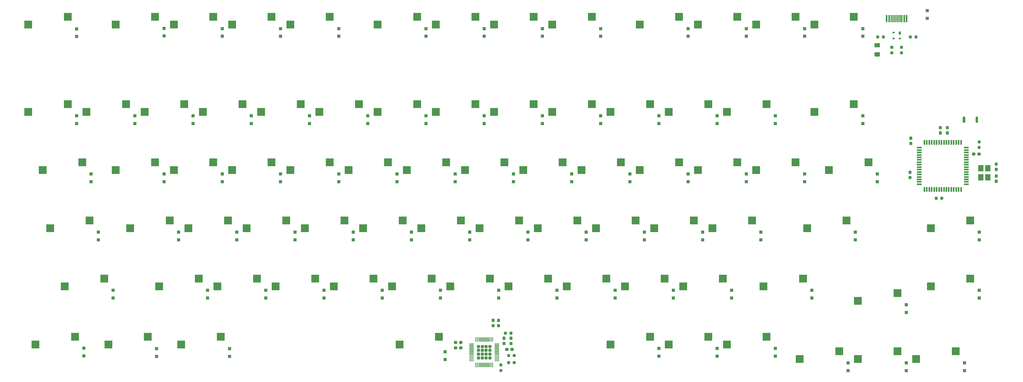
<source format=gbp>
G04 #@! TF.GenerationSoftware,KiCad,Pcbnew,(5.1.9)-1*
G04 #@! TF.CreationDate,2021-06-02T15:51:45-04:00*
G04 #@! TF.ProjectId,version1,76657273-696f-46e3-912e-6b696361645f,rev?*
G04 #@! TF.SameCoordinates,Original*
G04 #@! TF.FileFunction,Paste,Bot*
G04 #@! TF.FilePolarity,Positive*
%FSLAX46Y46*%
G04 Gerber Fmt 4.6, Leading zero omitted, Abs format (unit mm)*
G04 Created by KiCad (PCBNEW (5.1.9)-1) date 2021-06-02 15:51:45*
%MOMM*%
%LPD*%
G01*
G04 APERTURE LIST*
%ADD10R,2.550000X2.500000*%
%ADD11R,1.000000X1.000000*%
%ADD12R,0.600000X2.450000*%
%ADD13R,0.300000X2.450000*%
%ADD14R,1.500000X0.550000*%
%ADD15R,0.550000X1.500000*%
%ADD16R,1.800000X2.100000*%
%ADD17R,0.700000X1.000000*%
%ADD18R,0.700000X0.600000*%
G04 APERTURE END LIST*
G36*
G01*
X393354000Y-117492000D02*
X393354000Y-119092000D01*
G75*
G02*
X393154000Y-119292000I-200000J0D01*
G01*
X392754000Y-119292000D01*
G75*
G02*
X392554000Y-119092000I0J200000D01*
G01*
X392554000Y-117492000D01*
G75*
G02*
X392754000Y-117292000I200000J0D01*
G01*
X393154000Y-117292000D01*
G75*
G02*
X393354000Y-117492000I0J-200000D01*
G01*
G37*
G36*
G01*
X389154000Y-117492000D02*
X389154000Y-119092000D01*
G75*
G02*
X388954000Y-119292000I-200000J0D01*
G01*
X388554000Y-119292000D01*
G75*
G02*
X388354000Y-119092000I0J200000D01*
G01*
X388354000Y-117492000D01*
G75*
G02*
X388554000Y-117292000I200000J0D01*
G01*
X388954000Y-117292000D01*
G75*
G02*
X389154000Y-117492000I0J-200000D01*
G01*
G37*
G36*
G01*
X360987500Y-94616000D02*
X359737500Y-94616000D01*
G75*
G02*
X359487500Y-94366000I0J250000D01*
G01*
X359487500Y-93441000D01*
G75*
G02*
X359737500Y-93191000I250000J0D01*
G01*
X360987500Y-93191000D01*
G75*
G02*
X361237500Y-93441000I0J-250000D01*
G01*
X361237500Y-94366000D01*
G75*
G02*
X360987500Y-94616000I-250000J0D01*
G01*
G37*
G36*
G01*
X360987500Y-97591000D02*
X359737500Y-97591000D01*
G75*
G02*
X359487500Y-97341000I0J250000D01*
G01*
X359487500Y-96416000D01*
G75*
G02*
X359737500Y-96166000I250000J0D01*
G01*
X360987500Y-96166000D01*
G75*
G02*
X361237500Y-96416000I0J-250000D01*
G01*
X361237500Y-97341000D01*
G75*
G02*
X360987500Y-97591000I-250000J0D01*
G01*
G37*
G36*
G01*
X370856500Y-136723000D02*
X371331500Y-136723000D01*
G75*
G02*
X371569000Y-136960500I0J-237500D01*
G01*
X371569000Y-137560500D01*
G75*
G02*
X371331500Y-137798000I-237500J0D01*
G01*
X370856500Y-137798000D01*
G75*
G02*
X370619000Y-137560500I0J237500D01*
G01*
X370619000Y-136960500D01*
G75*
G02*
X370856500Y-136723000I237500J0D01*
G01*
G37*
G36*
G01*
X370856500Y-134998000D02*
X371331500Y-134998000D01*
G75*
G02*
X371569000Y-135235500I0J-237500D01*
G01*
X371569000Y-135835500D01*
G75*
G02*
X371331500Y-136073000I-237500J0D01*
G01*
X370856500Y-136073000D01*
G75*
G02*
X370619000Y-135835500I0J237500D01*
G01*
X370619000Y-135235500D01*
G75*
G02*
X370856500Y-134998000I237500J0D01*
G01*
G37*
D10*
X357473250Y-132238750D03*
X344546250Y-134778750D03*
X100298250Y-132238750D03*
X87371250Y-134778750D03*
X352710750Y-113188750D03*
X339783750Y-115728750D03*
X216979500Y-189388750D03*
X204052500Y-191928750D03*
X350329500Y-151288750D03*
X337402500Y-153828750D03*
X107442000Y-170338750D03*
X94515000Y-172878750D03*
X102679500Y-151288750D03*
X89752500Y-153828750D03*
X336042000Y-170338750D03*
X323115000Y-172878750D03*
X97917000Y-189388750D03*
X84990000Y-191928750D03*
X121729500Y-189388750D03*
X108802500Y-191928750D03*
X145542000Y-189388750D03*
X132615000Y-191928750D03*
X124110750Y-84613750D03*
X111183750Y-87153750D03*
X143160750Y-84613750D03*
X130233750Y-87153750D03*
X162210750Y-84613750D03*
X149283750Y-87153750D03*
X181260750Y-84613750D03*
X168333750Y-87153750D03*
X209835750Y-84613750D03*
X196908750Y-87153750D03*
X228885750Y-84613750D03*
X215958750Y-87153750D03*
X247935750Y-84613750D03*
X235008750Y-87153750D03*
X266985750Y-84613750D03*
X254058750Y-87153750D03*
X295560750Y-84613750D03*
X282633750Y-87153750D03*
X314610750Y-84613750D03*
X301683750Y-87153750D03*
X333660750Y-84613750D03*
X320733750Y-87153750D03*
X352710750Y-84613750D03*
X339783750Y-87153750D03*
X95535750Y-113188750D03*
X82608750Y-115728750D03*
X114585750Y-113188750D03*
X101658750Y-115728750D03*
X133635750Y-113188750D03*
X120708750Y-115728750D03*
X152685750Y-113188750D03*
X139758750Y-115728750D03*
X171735750Y-113188750D03*
X158808750Y-115728750D03*
X190785750Y-113188750D03*
X177858750Y-115728750D03*
X209835750Y-113188750D03*
X196908750Y-115728750D03*
X228885750Y-113188750D03*
X215958750Y-115728750D03*
X247935750Y-113188750D03*
X235008750Y-115728750D03*
X266985750Y-113188750D03*
X254058750Y-115728750D03*
X286035750Y-113188750D03*
X273108750Y-115728750D03*
X305085750Y-113188750D03*
X292158750Y-115728750D03*
X324135750Y-113188750D03*
X311208750Y-115728750D03*
X124110750Y-132238750D03*
X111183750Y-134778750D03*
X143160750Y-132238750D03*
X130233750Y-134778750D03*
X181260750Y-132238750D03*
X168333750Y-134778750D03*
X200310750Y-132238750D03*
X187383750Y-134778750D03*
X219360750Y-132238750D03*
X206433750Y-134778750D03*
X238410750Y-132238750D03*
X225483750Y-134778750D03*
X257460750Y-132238750D03*
X244533750Y-134778750D03*
X276510750Y-132238750D03*
X263583750Y-134778750D03*
X314610750Y-132238750D03*
X301683750Y-134778750D03*
X333660750Y-132238750D03*
X320733750Y-134778750D03*
X128873250Y-151288750D03*
X115946250Y-153828750D03*
X147923250Y-151288750D03*
X134996250Y-153828750D03*
X166973250Y-151288750D03*
X154046250Y-153828750D03*
X186023250Y-151288750D03*
X173096250Y-153828750D03*
X243173250Y-151288750D03*
X230246250Y-153828750D03*
X262223250Y-151288750D03*
X249296250Y-153828750D03*
X281273250Y-151288750D03*
X268346250Y-153828750D03*
X300323250Y-151288750D03*
X287396250Y-153828750D03*
X319373250Y-151288750D03*
X306446250Y-153828750D03*
X390810750Y-151288750D03*
X377883750Y-153828750D03*
X157448250Y-170338750D03*
X144521250Y-172878750D03*
X176498250Y-170338750D03*
X163571250Y-172878750D03*
X195548250Y-170338750D03*
X182621250Y-172878750D03*
X214598250Y-170338750D03*
X201671250Y-172878750D03*
X233648250Y-170338750D03*
X220721250Y-172878750D03*
X252698250Y-170338750D03*
X239771250Y-172878750D03*
X271748250Y-170338750D03*
X258821250Y-172878750D03*
X290798250Y-170338750D03*
X277871250Y-172878750D03*
X309848250Y-170338750D03*
X296921250Y-172878750D03*
X390810750Y-170338750D03*
X377883750Y-172878750D03*
X305085750Y-189388750D03*
X292158750Y-191928750D03*
X324135750Y-189388750D03*
X311208750Y-191928750D03*
X366998250Y-194151250D03*
X354071250Y-196691250D03*
X224123250Y-151288750D03*
X211196250Y-153828750D03*
X138398250Y-170338750D03*
X125471250Y-172878750D03*
X286035750Y-189388750D03*
X273108750Y-191928750D03*
X347948250Y-194151250D03*
X335021250Y-196691250D03*
X386048250Y-194151250D03*
X373121250Y-196691250D03*
X205073250Y-151288750D03*
X192146250Y-153828750D03*
X162210750Y-132238750D03*
X149283750Y-134778750D03*
X295560750Y-132238750D03*
X282633750Y-134778750D03*
X366998250Y-175101250D03*
X354071250Y-177641250D03*
X95535750Y-84613750D03*
X82608750Y-87153750D03*
D11*
X388937500Y-197981250D03*
X388937500Y-200481250D03*
X369887500Y-197981250D03*
X369887500Y-200481250D03*
X350837500Y-197981250D03*
X350837500Y-200481250D03*
X327025000Y-193218750D03*
X327025000Y-195718750D03*
X307975000Y-193218750D03*
X307975000Y-195718750D03*
X288925000Y-193218750D03*
X288925000Y-195718750D03*
X218948000Y-194330000D03*
X218948000Y-196830000D03*
X148431250Y-193300000D03*
X148431250Y-195800000D03*
X124618750Y-193300000D03*
X124618750Y-195800000D03*
X100806250Y-193137500D03*
X100806250Y-195637500D03*
X393700000Y-174168750D03*
X393700000Y-176668750D03*
X369887500Y-178931250D03*
X369887500Y-181431250D03*
X338931250Y-174168750D03*
X338931250Y-176668750D03*
X312737500Y-174168750D03*
X312737500Y-176668750D03*
X293687500Y-174168750D03*
X293687500Y-176668750D03*
X274637500Y-174168750D03*
X274637500Y-176668750D03*
X255587500Y-174168750D03*
X255587500Y-176668750D03*
X236537500Y-174168750D03*
X236537500Y-176668750D03*
X217487500Y-174168750D03*
X217487500Y-176668750D03*
X198437500Y-174168750D03*
X198437500Y-176668750D03*
X179387500Y-174168750D03*
X179387500Y-176668750D03*
X160337500Y-174168750D03*
X160337500Y-176668750D03*
X141287500Y-174168750D03*
X141287500Y-176668750D03*
X110331250Y-174168750D03*
X110331250Y-176668750D03*
X393700000Y-155118750D03*
X393700000Y-157618750D03*
X353218750Y-155118750D03*
X353218750Y-157618750D03*
X322262500Y-155118750D03*
X322262500Y-157618750D03*
X303212500Y-155118750D03*
X303212500Y-157618750D03*
X284162500Y-155118750D03*
X284162500Y-157618750D03*
X265112500Y-155118750D03*
X265112500Y-157618750D03*
X246062500Y-155118750D03*
X246062500Y-157618750D03*
X227012500Y-155118750D03*
X227012500Y-157618750D03*
X207962500Y-155118750D03*
X207962500Y-157618750D03*
X188912500Y-155118750D03*
X188912500Y-157618750D03*
X169862500Y-155118750D03*
X169862500Y-157618750D03*
X150812500Y-155118750D03*
X150812500Y-157618750D03*
X131762500Y-155118750D03*
X131762500Y-157618750D03*
X105568750Y-155118750D03*
X105568750Y-157618750D03*
X360362500Y-136068750D03*
X360362500Y-138568750D03*
X336550000Y-136068750D03*
X336550000Y-138568750D03*
X317500000Y-136068750D03*
X317500000Y-138568750D03*
X298450000Y-136068750D03*
X298450000Y-138568750D03*
X279400000Y-136068750D03*
X279400000Y-138568750D03*
X260350000Y-136068750D03*
X260350000Y-138568750D03*
X241300000Y-136068750D03*
X241300000Y-138568750D03*
X222250000Y-136068750D03*
X222250000Y-138568750D03*
X203200000Y-136068750D03*
X203200000Y-138568750D03*
X184150000Y-136068750D03*
X184150000Y-138568750D03*
X165100000Y-136068750D03*
X165100000Y-138568750D03*
X146050000Y-136068750D03*
X146050000Y-138568750D03*
X127000000Y-136068750D03*
X127000000Y-138568750D03*
X103187500Y-136068750D03*
X103187500Y-138568750D03*
X355600000Y-117018750D03*
X355600000Y-119518750D03*
X327025000Y-117018750D03*
X327025000Y-119518750D03*
X307975000Y-117018750D03*
X307975000Y-119518750D03*
X288925000Y-117018750D03*
X288925000Y-119518750D03*
X269875000Y-117018750D03*
X269875000Y-119518750D03*
X250825000Y-117018750D03*
X250825000Y-119518750D03*
X231775000Y-117018750D03*
X231775000Y-119518750D03*
X212725000Y-117018750D03*
X212725000Y-119518750D03*
X193675000Y-117018750D03*
X193675000Y-119518750D03*
X174625000Y-117018750D03*
X174625000Y-119518750D03*
X155575000Y-117018750D03*
X155575000Y-119518750D03*
X136525000Y-117018750D03*
X136525000Y-119518750D03*
X117475000Y-117018750D03*
X117475000Y-119518750D03*
X98425000Y-117018750D03*
X98425000Y-119518750D03*
X376682000Y-82570000D03*
X376682000Y-85070000D03*
X355600000Y-88443750D03*
X355600000Y-90943750D03*
X336550000Y-88443750D03*
X336550000Y-90943750D03*
X317500000Y-88443750D03*
X317500000Y-90943750D03*
X298450000Y-88443750D03*
X298450000Y-90943750D03*
X269875000Y-88443750D03*
X269875000Y-90943750D03*
X250825000Y-88443750D03*
X250825000Y-90943750D03*
X231775000Y-88443750D03*
X231775000Y-90943750D03*
X212725000Y-88443750D03*
X212725000Y-90943750D03*
X184150000Y-88443750D03*
X184150000Y-90943750D03*
X165100000Y-88443750D03*
X165100000Y-90943750D03*
X146050000Y-88443750D03*
X146050000Y-90943750D03*
X127000000Y-88362500D03*
X127000000Y-90862500D03*
X98425000Y-88525000D03*
X98425000Y-91025000D03*
D12*
X369963700Y-85188750D03*
X363461300Y-85197950D03*
X369162500Y-85188750D03*
X364262500Y-85188750D03*
D13*
X364962500Y-85188750D03*
X368462500Y-85188750D03*
X365462500Y-85188750D03*
X367962500Y-85188750D03*
X365962500Y-85188750D03*
X367462500Y-85188750D03*
X366962500Y-85188750D03*
X366462500Y-85188750D03*
G36*
G01*
X371110500Y-125547000D02*
X371585500Y-125547000D01*
G75*
G02*
X371823000Y-125784500I0J-237500D01*
G01*
X371823000Y-126384500D01*
G75*
G02*
X371585500Y-126622000I-237500J0D01*
G01*
X371110500Y-126622000D01*
G75*
G02*
X370873000Y-126384500I0J237500D01*
G01*
X370873000Y-125784500D01*
G75*
G02*
X371110500Y-125547000I237500J0D01*
G01*
G37*
G36*
G01*
X371110500Y-123822000D02*
X371585500Y-123822000D01*
G75*
G02*
X371823000Y-124059500I0J-237500D01*
G01*
X371823000Y-124659500D01*
G75*
G02*
X371585500Y-124897000I-237500J0D01*
G01*
X371110500Y-124897000D01*
G75*
G02*
X370873000Y-124659500I0J237500D01*
G01*
X370873000Y-124059500D01*
G75*
G02*
X371110500Y-123822000I237500J0D01*
G01*
G37*
G36*
G01*
X234458500Y-185237000D02*
X234933500Y-185237000D01*
G75*
G02*
X235171000Y-185474500I0J-237500D01*
G01*
X235171000Y-186074500D01*
G75*
G02*
X234933500Y-186312000I-237500J0D01*
G01*
X234458500Y-186312000D01*
G75*
G02*
X234221000Y-186074500I0J237500D01*
G01*
X234221000Y-185474500D01*
G75*
G02*
X234458500Y-185237000I237500J0D01*
G01*
G37*
G36*
G01*
X234458500Y-183512000D02*
X234933500Y-183512000D01*
G75*
G02*
X235171000Y-183749500I0J-237500D01*
G01*
X235171000Y-184349500D01*
G75*
G02*
X234933500Y-184587000I-237500J0D01*
G01*
X234458500Y-184587000D01*
G75*
G02*
X234221000Y-184349500I0J237500D01*
G01*
X234221000Y-183749500D01*
G75*
G02*
X234458500Y-183512000I237500J0D01*
G01*
G37*
D14*
X374093750Y-127445250D03*
X374093750Y-128245250D03*
X374093750Y-129045250D03*
X374093750Y-129845250D03*
X374093750Y-130645250D03*
X374093750Y-131445250D03*
X374093750Y-132245250D03*
X374093750Y-133045250D03*
X374093750Y-133845250D03*
X374093750Y-134645250D03*
X374093750Y-135445250D03*
X374093750Y-136245250D03*
X374093750Y-137045250D03*
X374093750Y-137845250D03*
X374093750Y-138645250D03*
X374093750Y-139445250D03*
D15*
X375793750Y-141145250D03*
X376593750Y-141145250D03*
X377393750Y-141145250D03*
X378193750Y-141145250D03*
X378993750Y-141145250D03*
X379793750Y-141145250D03*
X380593750Y-141145250D03*
X381393750Y-141145250D03*
X382193750Y-141145250D03*
X382993750Y-141145250D03*
X383793750Y-141145250D03*
X384593750Y-141145250D03*
X385393750Y-141145250D03*
X386193750Y-141145250D03*
X386993750Y-141145250D03*
X387793750Y-141145250D03*
D14*
X389493750Y-139445250D03*
X389493750Y-138645250D03*
X389493750Y-137845250D03*
X389493750Y-137045250D03*
X389493750Y-136245250D03*
X389493750Y-135445250D03*
X389493750Y-134645250D03*
X389493750Y-133845250D03*
X389493750Y-133045250D03*
X389493750Y-132245250D03*
X389493750Y-131445250D03*
X389493750Y-130645250D03*
X389493750Y-129845250D03*
X389493750Y-129045250D03*
X389493750Y-128245250D03*
X389493750Y-127445250D03*
D15*
X387793750Y-125745250D03*
X386993750Y-125745250D03*
X386193750Y-125745250D03*
X385393750Y-125745250D03*
X384593750Y-125745250D03*
X383793750Y-125745250D03*
X382993750Y-125745250D03*
X382193750Y-125745250D03*
X381393750Y-125745250D03*
X380593750Y-125745250D03*
X379793750Y-125745250D03*
X378993750Y-125745250D03*
X378193750Y-125745250D03*
X377393750Y-125745250D03*
X376593750Y-125745250D03*
X375793750Y-125745250D03*
G36*
G01*
X393136000Y-129777500D02*
X393136000Y-129302500D01*
G75*
G02*
X393373500Y-129065000I237500J0D01*
G01*
X393973500Y-129065000D01*
G75*
G02*
X394211000Y-129302500I0J-237500D01*
G01*
X394211000Y-129777500D01*
G75*
G02*
X393973500Y-130015000I-237500J0D01*
G01*
X393373500Y-130015000D01*
G75*
G02*
X393136000Y-129777500I0J237500D01*
G01*
G37*
G36*
G01*
X391411000Y-129777500D02*
X391411000Y-129302500D01*
G75*
G02*
X391648500Y-129065000I237500J0D01*
G01*
X392248500Y-129065000D01*
G75*
G02*
X392486000Y-129302500I0J-237500D01*
G01*
X392486000Y-129777500D01*
G75*
G02*
X392248500Y-130015000I-237500J0D01*
G01*
X391648500Y-130015000D01*
G75*
G02*
X391411000Y-129777500I0J237500D01*
G01*
G37*
G36*
G01*
X230155003Y-193098750D02*
X229644997Y-193098750D01*
G75*
G02*
X229395000Y-192848753I0J249997D01*
G01*
X229395000Y-192338747D01*
G75*
G02*
X229644997Y-192088750I249997J0D01*
G01*
X230155003Y-192088750D01*
G75*
G02*
X230405000Y-192338747I0J-249997D01*
G01*
X230405000Y-192848753D01*
G75*
G02*
X230155003Y-193098750I-249997J0D01*
G01*
G37*
G36*
G01*
X231405003Y-193098750D02*
X230894997Y-193098750D01*
G75*
G02*
X230645000Y-192848753I0J249997D01*
G01*
X230645000Y-192338747D01*
G75*
G02*
X230894997Y-192088750I249997J0D01*
G01*
X231405003Y-192088750D01*
G75*
G02*
X231655000Y-192338747I0J-249997D01*
G01*
X231655000Y-192848753D01*
G75*
G02*
X231405003Y-193098750I-249997J0D01*
G01*
G37*
G36*
G01*
X232655003Y-193098750D02*
X232144997Y-193098750D01*
G75*
G02*
X231895000Y-192848753I0J249997D01*
G01*
X231895000Y-192338747D01*
G75*
G02*
X232144997Y-192088750I249997J0D01*
G01*
X232655003Y-192088750D01*
G75*
G02*
X232905000Y-192338747I0J-249997D01*
G01*
X232905000Y-192848753D01*
G75*
G02*
X232655003Y-193098750I-249997J0D01*
G01*
G37*
G36*
G01*
X233905003Y-193098750D02*
X233394997Y-193098750D01*
G75*
G02*
X233145000Y-192848753I0J249997D01*
G01*
X233145000Y-192338747D01*
G75*
G02*
X233394997Y-192088750I249997J0D01*
G01*
X233905003Y-192088750D01*
G75*
G02*
X234155000Y-192338747I0J-249997D01*
G01*
X234155000Y-192848753D01*
G75*
G02*
X233905003Y-193098750I-249997J0D01*
G01*
G37*
G36*
G01*
X230155003Y-194348750D02*
X229644997Y-194348750D01*
G75*
G02*
X229395000Y-194098753I0J249997D01*
G01*
X229395000Y-193588747D01*
G75*
G02*
X229644997Y-193338750I249997J0D01*
G01*
X230155003Y-193338750D01*
G75*
G02*
X230405000Y-193588747I0J-249997D01*
G01*
X230405000Y-194098753D01*
G75*
G02*
X230155003Y-194348750I-249997J0D01*
G01*
G37*
G36*
G01*
X231405003Y-194348750D02*
X230894997Y-194348750D01*
G75*
G02*
X230645000Y-194098753I0J249997D01*
G01*
X230645000Y-193588747D01*
G75*
G02*
X230894997Y-193338750I249997J0D01*
G01*
X231405003Y-193338750D01*
G75*
G02*
X231655000Y-193588747I0J-249997D01*
G01*
X231655000Y-194098753D01*
G75*
G02*
X231405003Y-194348750I-249997J0D01*
G01*
G37*
G36*
G01*
X232655003Y-194348750D02*
X232144997Y-194348750D01*
G75*
G02*
X231895000Y-194098753I0J249997D01*
G01*
X231895000Y-193588747D01*
G75*
G02*
X232144997Y-193338750I249997J0D01*
G01*
X232655003Y-193338750D01*
G75*
G02*
X232905000Y-193588747I0J-249997D01*
G01*
X232905000Y-194098753D01*
G75*
G02*
X232655003Y-194348750I-249997J0D01*
G01*
G37*
G36*
G01*
X233905003Y-194348750D02*
X233394997Y-194348750D01*
G75*
G02*
X233145000Y-194098753I0J249997D01*
G01*
X233145000Y-193588747D01*
G75*
G02*
X233394997Y-193338750I249997J0D01*
G01*
X233905003Y-193338750D01*
G75*
G02*
X234155000Y-193588747I0J-249997D01*
G01*
X234155000Y-194098753D01*
G75*
G02*
X233905003Y-194348750I-249997J0D01*
G01*
G37*
G36*
G01*
X230155003Y-195598750D02*
X229644997Y-195598750D01*
G75*
G02*
X229395000Y-195348753I0J249997D01*
G01*
X229395000Y-194838747D01*
G75*
G02*
X229644997Y-194588750I249997J0D01*
G01*
X230155003Y-194588750D01*
G75*
G02*
X230405000Y-194838747I0J-249997D01*
G01*
X230405000Y-195348753D01*
G75*
G02*
X230155003Y-195598750I-249997J0D01*
G01*
G37*
G36*
G01*
X231405003Y-195598750D02*
X230894997Y-195598750D01*
G75*
G02*
X230645000Y-195348753I0J249997D01*
G01*
X230645000Y-194838747D01*
G75*
G02*
X230894997Y-194588750I249997J0D01*
G01*
X231405003Y-194588750D01*
G75*
G02*
X231655000Y-194838747I0J-249997D01*
G01*
X231655000Y-195348753D01*
G75*
G02*
X231405003Y-195598750I-249997J0D01*
G01*
G37*
G36*
G01*
X232655003Y-195598750D02*
X232144997Y-195598750D01*
G75*
G02*
X231895000Y-195348753I0J249997D01*
G01*
X231895000Y-194838747D01*
G75*
G02*
X232144997Y-194588750I249997J0D01*
G01*
X232655003Y-194588750D01*
G75*
G02*
X232905000Y-194838747I0J-249997D01*
G01*
X232905000Y-195348753D01*
G75*
G02*
X232655003Y-195598750I-249997J0D01*
G01*
G37*
G36*
G01*
X233905003Y-195598750D02*
X233394997Y-195598750D01*
G75*
G02*
X233145000Y-195348753I0J249997D01*
G01*
X233145000Y-194838747D01*
G75*
G02*
X233394997Y-194588750I249997J0D01*
G01*
X233905003Y-194588750D01*
G75*
G02*
X234155000Y-194838747I0J-249997D01*
G01*
X234155000Y-195348753D01*
G75*
G02*
X233905003Y-195598750I-249997J0D01*
G01*
G37*
G36*
G01*
X230155003Y-196848750D02*
X229644997Y-196848750D01*
G75*
G02*
X229395000Y-196598753I0J249997D01*
G01*
X229395000Y-196088747D01*
G75*
G02*
X229644997Y-195838750I249997J0D01*
G01*
X230155003Y-195838750D01*
G75*
G02*
X230405000Y-196088747I0J-249997D01*
G01*
X230405000Y-196598753D01*
G75*
G02*
X230155003Y-196848750I-249997J0D01*
G01*
G37*
G36*
G01*
X231405003Y-196848750D02*
X230894997Y-196848750D01*
G75*
G02*
X230645000Y-196598753I0J249997D01*
G01*
X230645000Y-196088747D01*
G75*
G02*
X230894997Y-195838750I249997J0D01*
G01*
X231405003Y-195838750D01*
G75*
G02*
X231655000Y-196088747I0J-249997D01*
G01*
X231655000Y-196598753D01*
G75*
G02*
X231405003Y-196848750I-249997J0D01*
G01*
G37*
G36*
G01*
X232655003Y-196848750D02*
X232144997Y-196848750D01*
G75*
G02*
X231895000Y-196598753I0J249997D01*
G01*
X231895000Y-196088747D01*
G75*
G02*
X232144997Y-195838750I249997J0D01*
G01*
X232655003Y-195838750D01*
G75*
G02*
X232905000Y-196088747I0J-249997D01*
G01*
X232905000Y-196598753D01*
G75*
G02*
X232655003Y-196848750I-249997J0D01*
G01*
G37*
G36*
G01*
X233905003Y-196848750D02*
X233394997Y-196848750D01*
G75*
G02*
X233145000Y-196598753I0J249997D01*
G01*
X233145000Y-196088747D01*
G75*
G02*
X233394997Y-195838750I249997J0D01*
G01*
X233905003Y-195838750D01*
G75*
G02*
X234155000Y-196088747I0J-249997D01*
G01*
X234155000Y-196598753D01*
G75*
G02*
X233905003Y-196848750I-249997J0D01*
G01*
G37*
G36*
G01*
X236600000Y-197368750D02*
X235275000Y-197368750D01*
G75*
G02*
X235200000Y-197293750I0J75000D01*
G01*
X235200000Y-197143750D01*
G75*
G02*
X235275000Y-197068750I75000J0D01*
G01*
X236600000Y-197068750D01*
G75*
G02*
X236675000Y-197143750I0J-75000D01*
G01*
X236675000Y-197293750D01*
G75*
G02*
X236600000Y-197368750I-75000J0D01*
G01*
G37*
G36*
G01*
X236600000Y-196868750D02*
X235275000Y-196868750D01*
G75*
G02*
X235200000Y-196793750I0J75000D01*
G01*
X235200000Y-196643750D01*
G75*
G02*
X235275000Y-196568750I75000J0D01*
G01*
X236600000Y-196568750D01*
G75*
G02*
X236675000Y-196643750I0J-75000D01*
G01*
X236675000Y-196793750D01*
G75*
G02*
X236600000Y-196868750I-75000J0D01*
G01*
G37*
G36*
G01*
X236600000Y-196368750D02*
X235275000Y-196368750D01*
G75*
G02*
X235200000Y-196293750I0J75000D01*
G01*
X235200000Y-196143750D01*
G75*
G02*
X235275000Y-196068750I75000J0D01*
G01*
X236600000Y-196068750D01*
G75*
G02*
X236675000Y-196143750I0J-75000D01*
G01*
X236675000Y-196293750D01*
G75*
G02*
X236600000Y-196368750I-75000J0D01*
G01*
G37*
G36*
G01*
X236600000Y-195868750D02*
X235275000Y-195868750D01*
G75*
G02*
X235200000Y-195793750I0J75000D01*
G01*
X235200000Y-195643750D01*
G75*
G02*
X235275000Y-195568750I75000J0D01*
G01*
X236600000Y-195568750D01*
G75*
G02*
X236675000Y-195643750I0J-75000D01*
G01*
X236675000Y-195793750D01*
G75*
G02*
X236600000Y-195868750I-75000J0D01*
G01*
G37*
G36*
G01*
X236600000Y-195368750D02*
X235275000Y-195368750D01*
G75*
G02*
X235200000Y-195293750I0J75000D01*
G01*
X235200000Y-195143750D01*
G75*
G02*
X235275000Y-195068750I75000J0D01*
G01*
X236600000Y-195068750D01*
G75*
G02*
X236675000Y-195143750I0J-75000D01*
G01*
X236675000Y-195293750D01*
G75*
G02*
X236600000Y-195368750I-75000J0D01*
G01*
G37*
G36*
G01*
X236600000Y-194868750D02*
X235275000Y-194868750D01*
G75*
G02*
X235200000Y-194793750I0J75000D01*
G01*
X235200000Y-194643750D01*
G75*
G02*
X235275000Y-194568750I75000J0D01*
G01*
X236600000Y-194568750D01*
G75*
G02*
X236675000Y-194643750I0J-75000D01*
G01*
X236675000Y-194793750D01*
G75*
G02*
X236600000Y-194868750I-75000J0D01*
G01*
G37*
G36*
G01*
X236600000Y-194368750D02*
X235275000Y-194368750D01*
G75*
G02*
X235200000Y-194293750I0J75000D01*
G01*
X235200000Y-194143750D01*
G75*
G02*
X235275000Y-194068750I75000J0D01*
G01*
X236600000Y-194068750D01*
G75*
G02*
X236675000Y-194143750I0J-75000D01*
G01*
X236675000Y-194293750D01*
G75*
G02*
X236600000Y-194368750I-75000J0D01*
G01*
G37*
G36*
G01*
X236600000Y-193868750D02*
X235275000Y-193868750D01*
G75*
G02*
X235200000Y-193793750I0J75000D01*
G01*
X235200000Y-193643750D01*
G75*
G02*
X235275000Y-193568750I75000J0D01*
G01*
X236600000Y-193568750D01*
G75*
G02*
X236675000Y-193643750I0J-75000D01*
G01*
X236675000Y-193793750D01*
G75*
G02*
X236600000Y-193868750I-75000J0D01*
G01*
G37*
G36*
G01*
X236600000Y-193368750D02*
X235275000Y-193368750D01*
G75*
G02*
X235200000Y-193293750I0J75000D01*
G01*
X235200000Y-193143750D01*
G75*
G02*
X235275000Y-193068750I75000J0D01*
G01*
X236600000Y-193068750D01*
G75*
G02*
X236675000Y-193143750I0J-75000D01*
G01*
X236675000Y-193293750D01*
G75*
G02*
X236600000Y-193368750I-75000J0D01*
G01*
G37*
G36*
G01*
X236600000Y-192868750D02*
X235275000Y-192868750D01*
G75*
G02*
X235200000Y-192793750I0J75000D01*
G01*
X235200000Y-192643750D01*
G75*
G02*
X235275000Y-192568750I75000J0D01*
G01*
X236600000Y-192568750D01*
G75*
G02*
X236675000Y-192643750I0J-75000D01*
G01*
X236675000Y-192793750D01*
G75*
G02*
X236600000Y-192868750I-75000J0D01*
G01*
G37*
G36*
G01*
X236600000Y-192368750D02*
X235275000Y-192368750D01*
G75*
G02*
X235200000Y-192293750I0J75000D01*
G01*
X235200000Y-192143750D01*
G75*
G02*
X235275000Y-192068750I75000J0D01*
G01*
X236600000Y-192068750D01*
G75*
G02*
X236675000Y-192143750I0J-75000D01*
G01*
X236675000Y-192293750D01*
G75*
G02*
X236600000Y-192368750I-75000J0D01*
G01*
G37*
G36*
G01*
X236600000Y-191868750D02*
X235275000Y-191868750D01*
G75*
G02*
X235200000Y-191793750I0J75000D01*
G01*
X235200000Y-191643750D01*
G75*
G02*
X235275000Y-191568750I75000J0D01*
G01*
X236600000Y-191568750D01*
G75*
G02*
X236675000Y-191643750I0J-75000D01*
G01*
X236675000Y-191793750D01*
G75*
G02*
X236600000Y-191868750I-75000J0D01*
G01*
G37*
G36*
G01*
X234600000Y-191043750D02*
X234450000Y-191043750D01*
G75*
G02*
X234375000Y-190968750I0J75000D01*
G01*
X234375000Y-189643750D01*
G75*
G02*
X234450000Y-189568750I75000J0D01*
G01*
X234600000Y-189568750D01*
G75*
G02*
X234675000Y-189643750I0J-75000D01*
G01*
X234675000Y-190968750D01*
G75*
G02*
X234600000Y-191043750I-75000J0D01*
G01*
G37*
G36*
G01*
X234100000Y-191043750D02*
X233950000Y-191043750D01*
G75*
G02*
X233875000Y-190968750I0J75000D01*
G01*
X233875000Y-189643750D01*
G75*
G02*
X233950000Y-189568750I75000J0D01*
G01*
X234100000Y-189568750D01*
G75*
G02*
X234175000Y-189643750I0J-75000D01*
G01*
X234175000Y-190968750D01*
G75*
G02*
X234100000Y-191043750I-75000J0D01*
G01*
G37*
G36*
G01*
X233600000Y-191043750D02*
X233450000Y-191043750D01*
G75*
G02*
X233375000Y-190968750I0J75000D01*
G01*
X233375000Y-189643750D01*
G75*
G02*
X233450000Y-189568750I75000J0D01*
G01*
X233600000Y-189568750D01*
G75*
G02*
X233675000Y-189643750I0J-75000D01*
G01*
X233675000Y-190968750D01*
G75*
G02*
X233600000Y-191043750I-75000J0D01*
G01*
G37*
G36*
G01*
X233100000Y-191043750D02*
X232950000Y-191043750D01*
G75*
G02*
X232875000Y-190968750I0J75000D01*
G01*
X232875000Y-189643750D01*
G75*
G02*
X232950000Y-189568750I75000J0D01*
G01*
X233100000Y-189568750D01*
G75*
G02*
X233175000Y-189643750I0J-75000D01*
G01*
X233175000Y-190968750D01*
G75*
G02*
X233100000Y-191043750I-75000J0D01*
G01*
G37*
G36*
G01*
X232600000Y-191043750D02*
X232450000Y-191043750D01*
G75*
G02*
X232375000Y-190968750I0J75000D01*
G01*
X232375000Y-189643750D01*
G75*
G02*
X232450000Y-189568750I75000J0D01*
G01*
X232600000Y-189568750D01*
G75*
G02*
X232675000Y-189643750I0J-75000D01*
G01*
X232675000Y-190968750D01*
G75*
G02*
X232600000Y-191043750I-75000J0D01*
G01*
G37*
G36*
G01*
X232100000Y-191043750D02*
X231950000Y-191043750D01*
G75*
G02*
X231875000Y-190968750I0J75000D01*
G01*
X231875000Y-189643750D01*
G75*
G02*
X231950000Y-189568750I75000J0D01*
G01*
X232100000Y-189568750D01*
G75*
G02*
X232175000Y-189643750I0J-75000D01*
G01*
X232175000Y-190968750D01*
G75*
G02*
X232100000Y-191043750I-75000J0D01*
G01*
G37*
G36*
G01*
X231600000Y-191043750D02*
X231450000Y-191043750D01*
G75*
G02*
X231375000Y-190968750I0J75000D01*
G01*
X231375000Y-189643750D01*
G75*
G02*
X231450000Y-189568750I75000J0D01*
G01*
X231600000Y-189568750D01*
G75*
G02*
X231675000Y-189643750I0J-75000D01*
G01*
X231675000Y-190968750D01*
G75*
G02*
X231600000Y-191043750I-75000J0D01*
G01*
G37*
G36*
G01*
X231100000Y-191043750D02*
X230950000Y-191043750D01*
G75*
G02*
X230875000Y-190968750I0J75000D01*
G01*
X230875000Y-189643750D01*
G75*
G02*
X230950000Y-189568750I75000J0D01*
G01*
X231100000Y-189568750D01*
G75*
G02*
X231175000Y-189643750I0J-75000D01*
G01*
X231175000Y-190968750D01*
G75*
G02*
X231100000Y-191043750I-75000J0D01*
G01*
G37*
G36*
G01*
X230600000Y-191043750D02*
X230450000Y-191043750D01*
G75*
G02*
X230375000Y-190968750I0J75000D01*
G01*
X230375000Y-189643750D01*
G75*
G02*
X230450000Y-189568750I75000J0D01*
G01*
X230600000Y-189568750D01*
G75*
G02*
X230675000Y-189643750I0J-75000D01*
G01*
X230675000Y-190968750D01*
G75*
G02*
X230600000Y-191043750I-75000J0D01*
G01*
G37*
G36*
G01*
X230100000Y-191043750D02*
X229950000Y-191043750D01*
G75*
G02*
X229875000Y-190968750I0J75000D01*
G01*
X229875000Y-189643750D01*
G75*
G02*
X229950000Y-189568750I75000J0D01*
G01*
X230100000Y-189568750D01*
G75*
G02*
X230175000Y-189643750I0J-75000D01*
G01*
X230175000Y-190968750D01*
G75*
G02*
X230100000Y-191043750I-75000J0D01*
G01*
G37*
G36*
G01*
X229600000Y-191043750D02*
X229450000Y-191043750D01*
G75*
G02*
X229375000Y-190968750I0J75000D01*
G01*
X229375000Y-189643750D01*
G75*
G02*
X229450000Y-189568750I75000J0D01*
G01*
X229600000Y-189568750D01*
G75*
G02*
X229675000Y-189643750I0J-75000D01*
G01*
X229675000Y-190968750D01*
G75*
G02*
X229600000Y-191043750I-75000J0D01*
G01*
G37*
G36*
G01*
X229100000Y-191043750D02*
X228950000Y-191043750D01*
G75*
G02*
X228875000Y-190968750I0J75000D01*
G01*
X228875000Y-189643750D01*
G75*
G02*
X228950000Y-189568750I75000J0D01*
G01*
X229100000Y-189568750D01*
G75*
G02*
X229175000Y-189643750I0J-75000D01*
G01*
X229175000Y-190968750D01*
G75*
G02*
X229100000Y-191043750I-75000J0D01*
G01*
G37*
G36*
G01*
X228275000Y-191868750D02*
X226950000Y-191868750D01*
G75*
G02*
X226875000Y-191793750I0J75000D01*
G01*
X226875000Y-191643750D01*
G75*
G02*
X226950000Y-191568750I75000J0D01*
G01*
X228275000Y-191568750D01*
G75*
G02*
X228350000Y-191643750I0J-75000D01*
G01*
X228350000Y-191793750D01*
G75*
G02*
X228275000Y-191868750I-75000J0D01*
G01*
G37*
G36*
G01*
X228275000Y-192368750D02*
X226950000Y-192368750D01*
G75*
G02*
X226875000Y-192293750I0J75000D01*
G01*
X226875000Y-192143750D01*
G75*
G02*
X226950000Y-192068750I75000J0D01*
G01*
X228275000Y-192068750D01*
G75*
G02*
X228350000Y-192143750I0J-75000D01*
G01*
X228350000Y-192293750D01*
G75*
G02*
X228275000Y-192368750I-75000J0D01*
G01*
G37*
G36*
G01*
X228275000Y-192868750D02*
X226950000Y-192868750D01*
G75*
G02*
X226875000Y-192793750I0J75000D01*
G01*
X226875000Y-192643750D01*
G75*
G02*
X226950000Y-192568750I75000J0D01*
G01*
X228275000Y-192568750D01*
G75*
G02*
X228350000Y-192643750I0J-75000D01*
G01*
X228350000Y-192793750D01*
G75*
G02*
X228275000Y-192868750I-75000J0D01*
G01*
G37*
G36*
G01*
X228275000Y-193368750D02*
X226950000Y-193368750D01*
G75*
G02*
X226875000Y-193293750I0J75000D01*
G01*
X226875000Y-193143750D01*
G75*
G02*
X226950000Y-193068750I75000J0D01*
G01*
X228275000Y-193068750D01*
G75*
G02*
X228350000Y-193143750I0J-75000D01*
G01*
X228350000Y-193293750D01*
G75*
G02*
X228275000Y-193368750I-75000J0D01*
G01*
G37*
G36*
G01*
X228275000Y-193868750D02*
X226950000Y-193868750D01*
G75*
G02*
X226875000Y-193793750I0J75000D01*
G01*
X226875000Y-193643750D01*
G75*
G02*
X226950000Y-193568750I75000J0D01*
G01*
X228275000Y-193568750D01*
G75*
G02*
X228350000Y-193643750I0J-75000D01*
G01*
X228350000Y-193793750D01*
G75*
G02*
X228275000Y-193868750I-75000J0D01*
G01*
G37*
G36*
G01*
X228275000Y-194368750D02*
X226950000Y-194368750D01*
G75*
G02*
X226875000Y-194293750I0J75000D01*
G01*
X226875000Y-194143750D01*
G75*
G02*
X226950000Y-194068750I75000J0D01*
G01*
X228275000Y-194068750D01*
G75*
G02*
X228350000Y-194143750I0J-75000D01*
G01*
X228350000Y-194293750D01*
G75*
G02*
X228275000Y-194368750I-75000J0D01*
G01*
G37*
G36*
G01*
X228275000Y-194868750D02*
X226950000Y-194868750D01*
G75*
G02*
X226875000Y-194793750I0J75000D01*
G01*
X226875000Y-194643750D01*
G75*
G02*
X226950000Y-194568750I75000J0D01*
G01*
X228275000Y-194568750D01*
G75*
G02*
X228350000Y-194643750I0J-75000D01*
G01*
X228350000Y-194793750D01*
G75*
G02*
X228275000Y-194868750I-75000J0D01*
G01*
G37*
G36*
G01*
X228275000Y-195368750D02*
X226950000Y-195368750D01*
G75*
G02*
X226875000Y-195293750I0J75000D01*
G01*
X226875000Y-195143750D01*
G75*
G02*
X226950000Y-195068750I75000J0D01*
G01*
X228275000Y-195068750D01*
G75*
G02*
X228350000Y-195143750I0J-75000D01*
G01*
X228350000Y-195293750D01*
G75*
G02*
X228275000Y-195368750I-75000J0D01*
G01*
G37*
G36*
G01*
X228275000Y-195868750D02*
X226950000Y-195868750D01*
G75*
G02*
X226875000Y-195793750I0J75000D01*
G01*
X226875000Y-195643750D01*
G75*
G02*
X226950000Y-195568750I75000J0D01*
G01*
X228275000Y-195568750D01*
G75*
G02*
X228350000Y-195643750I0J-75000D01*
G01*
X228350000Y-195793750D01*
G75*
G02*
X228275000Y-195868750I-75000J0D01*
G01*
G37*
G36*
G01*
X228275000Y-196368750D02*
X226950000Y-196368750D01*
G75*
G02*
X226875000Y-196293750I0J75000D01*
G01*
X226875000Y-196143750D01*
G75*
G02*
X226950000Y-196068750I75000J0D01*
G01*
X228275000Y-196068750D01*
G75*
G02*
X228350000Y-196143750I0J-75000D01*
G01*
X228350000Y-196293750D01*
G75*
G02*
X228275000Y-196368750I-75000J0D01*
G01*
G37*
G36*
G01*
X228275000Y-196868750D02*
X226950000Y-196868750D01*
G75*
G02*
X226875000Y-196793750I0J75000D01*
G01*
X226875000Y-196643750D01*
G75*
G02*
X226950000Y-196568750I75000J0D01*
G01*
X228275000Y-196568750D01*
G75*
G02*
X228350000Y-196643750I0J-75000D01*
G01*
X228350000Y-196793750D01*
G75*
G02*
X228275000Y-196868750I-75000J0D01*
G01*
G37*
G36*
G01*
X228275000Y-197368750D02*
X226950000Y-197368750D01*
G75*
G02*
X226875000Y-197293750I0J75000D01*
G01*
X226875000Y-197143750D01*
G75*
G02*
X226950000Y-197068750I75000J0D01*
G01*
X228275000Y-197068750D01*
G75*
G02*
X228350000Y-197143750I0J-75000D01*
G01*
X228350000Y-197293750D01*
G75*
G02*
X228275000Y-197368750I-75000J0D01*
G01*
G37*
G36*
G01*
X229100000Y-199368750D02*
X228950000Y-199368750D01*
G75*
G02*
X228875000Y-199293750I0J75000D01*
G01*
X228875000Y-197968750D01*
G75*
G02*
X228950000Y-197893750I75000J0D01*
G01*
X229100000Y-197893750D01*
G75*
G02*
X229175000Y-197968750I0J-75000D01*
G01*
X229175000Y-199293750D01*
G75*
G02*
X229100000Y-199368750I-75000J0D01*
G01*
G37*
G36*
G01*
X229600000Y-199368750D02*
X229450000Y-199368750D01*
G75*
G02*
X229375000Y-199293750I0J75000D01*
G01*
X229375000Y-197968750D01*
G75*
G02*
X229450000Y-197893750I75000J0D01*
G01*
X229600000Y-197893750D01*
G75*
G02*
X229675000Y-197968750I0J-75000D01*
G01*
X229675000Y-199293750D01*
G75*
G02*
X229600000Y-199368750I-75000J0D01*
G01*
G37*
G36*
G01*
X230100000Y-199368750D02*
X229950000Y-199368750D01*
G75*
G02*
X229875000Y-199293750I0J75000D01*
G01*
X229875000Y-197968750D01*
G75*
G02*
X229950000Y-197893750I75000J0D01*
G01*
X230100000Y-197893750D01*
G75*
G02*
X230175000Y-197968750I0J-75000D01*
G01*
X230175000Y-199293750D01*
G75*
G02*
X230100000Y-199368750I-75000J0D01*
G01*
G37*
G36*
G01*
X230600000Y-199368750D02*
X230450000Y-199368750D01*
G75*
G02*
X230375000Y-199293750I0J75000D01*
G01*
X230375000Y-197968750D01*
G75*
G02*
X230450000Y-197893750I75000J0D01*
G01*
X230600000Y-197893750D01*
G75*
G02*
X230675000Y-197968750I0J-75000D01*
G01*
X230675000Y-199293750D01*
G75*
G02*
X230600000Y-199368750I-75000J0D01*
G01*
G37*
G36*
G01*
X231100000Y-199368750D02*
X230950000Y-199368750D01*
G75*
G02*
X230875000Y-199293750I0J75000D01*
G01*
X230875000Y-197968750D01*
G75*
G02*
X230950000Y-197893750I75000J0D01*
G01*
X231100000Y-197893750D01*
G75*
G02*
X231175000Y-197968750I0J-75000D01*
G01*
X231175000Y-199293750D01*
G75*
G02*
X231100000Y-199368750I-75000J0D01*
G01*
G37*
G36*
G01*
X231600000Y-199368750D02*
X231450000Y-199368750D01*
G75*
G02*
X231375000Y-199293750I0J75000D01*
G01*
X231375000Y-197968750D01*
G75*
G02*
X231450000Y-197893750I75000J0D01*
G01*
X231600000Y-197893750D01*
G75*
G02*
X231675000Y-197968750I0J-75000D01*
G01*
X231675000Y-199293750D01*
G75*
G02*
X231600000Y-199368750I-75000J0D01*
G01*
G37*
G36*
G01*
X232100000Y-199368750D02*
X231950000Y-199368750D01*
G75*
G02*
X231875000Y-199293750I0J75000D01*
G01*
X231875000Y-197968750D01*
G75*
G02*
X231950000Y-197893750I75000J0D01*
G01*
X232100000Y-197893750D01*
G75*
G02*
X232175000Y-197968750I0J-75000D01*
G01*
X232175000Y-199293750D01*
G75*
G02*
X232100000Y-199368750I-75000J0D01*
G01*
G37*
G36*
G01*
X232600000Y-199368750D02*
X232450000Y-199368750D01*
G75*
G02*
X232375000Y-199293750I0J75000D01*
G01*
X232375000Y-197968750D01*
G75*
G02*
X232450000Y-197893750I75000J0D01*
G01*
X232600000Y-197893750D01*
G75*
G02*
X232675000Y-197968750I0J-75000D01*
G01*
X232675000Y-199293750D01*
G75*
G02*
X232600000Y-199368750I-75000J0D01*
G01*
G37*
G36*
G01*
X233100000Y-199368750D02*
X232950000Y-199368750D01*
G75*
G02*
X232875000Y-199293750I0J75000D01*
G01*
X232875000Y-197968750D01*
G75*
G02*
X232950000Y-197893750I75000J0D01*
G01*
X233100000Y-197893750D01*
G75*
G02*
X233175000Y-197968750I0J-75000D01*
G01*
X233175000Y-199293750D01*
G75*
G02*
X233100000Y-199368750I-75000J0D01*
G01*
G37*
G36*
G01*
X233600000Y-199368750D02*
X233450000Y-199368750D01*
G75*
G02*
X233375000Y-199293750I0J75000D01*
G01*
X233375000Y-197968750D01*
G75*
G02*
X233450000Y-197893750I75000J0D01*
G01*
X233600000Y-197893750D01*
G75*
G02*
X233675000Y-197968750I0J-75000D01*
G01*
X233675000Y-199293750D01*
G75*
G02*
X233600000Y-199368750I-75000J0D01*
G01*
G37*
G36*
G01*
X234100000Y-199368750D02*
X233950000Y-199368750D01*
G75*
G02*
X233875000Y-199293750I0J75000D01*
G01*
X233875000Y-197968750D01*
G75*
G02*
X233950000Y-197893750I75000J0D01*
G01*
X234100000Y-197893750D01*
G75*
G02*
X234175000Y-197968750I0J-75000D01*
G01*
X234175000Y-199293750D01*
G75*
G02*
X234100000Y-199368750I-75000J0D01*
G01*
G37*
G36*
G01*
X234600000Y-199368750D02*
X234450000Y-199368750D01*
G75*
G02*
X234375000Y-199293750I0J75000D01*
G01*
X234375000Y-197968750D01*
G75*
G02*
X234450000Y-197893750I75000J0D01*
G01*
X234600000Y-197893750D01*
G75*
G02*
X234675000Y-197968750I0J-75000D01*
G01*
X234675000Y-199293750D01*
G75*
G02*
X234600000Y-199368750I-75000J0D01*
G01*
G37*
D16*
X396508000Y-137128250D03*
X396508000Y-134228250D03*
X394208000Y-134228250D03*
X394208000Y-137128250D03*
D17*
X367712500Y-89959750D03*
D18*
X365712500Y-89759750D03*
X367712500Y-91659750D03*
X365712500Y-91659750D03*
G36*
G01*
X371685000Y-90948500D02*
X371685000Y-91423500D01*
G75*
G02*
X371447500Y-91661000I-237500J0D01*
G01*
X370947500Y-91661000D01*
G75*
G02*
X370710000Y-91423500I0J237500D01*
G01*
X370710000Y-90948500D01*
G75*
G02*
X370947500Y-90711000I237500J0D01*
G01*
X371447500Y-90711000D01*
G75*
G02*
X371685000Y-90948500I0J-237500D01*
G01*
G37*
G36*
G01*
X373510000Y-90948500D02*
X373510000Y-91423500D01*
G75*
G02*
X373272500Y-91661000I-237500J0D01*
G01*
X372772500Y-91661000D01*
G75*
G02*
X372535000Y-91423500I0J237500D01*
G01*
X372535000Y-90948500D01*
G75*
G02*
X372772500Y-90711000I237500J0D01*
G01*
X373272500Y-90711000D01*
G75*
G02*
X373510000Y-90948500I0J-237500D01*
G01*
G37*
G36*
G01*
X368537500Y-95047250D02*
X368062500Y-95047250D01*
G75*
G02*
X367825000Y-94809750I0J237500D01*
G01*
X367825000Y-94309750D01*
G75*
G02*
X368062500Y-94072250I237500J0D01*
G01*
X368537500Y-94072250D01*
G75*
G02*
X368775000Y-94309750I0J-237500D01*
G01*
X368775000Y-94809750D01*
G75*
G02*
X368537500Y-95047250I-237500J0D01*
G01*
G37*
G36*
G01*
X368537500Y-96872250D02*
X368062500Y-96872250D01*
G75*
G02*
X367825000Y-96634750I0J237500D01*
G01*
X367825000Y-96134750D01*
G75*
G02*
X368062500Y-95897250I237500J0D01*
G01*
X368537500Y-95897250D01*
G75*
G02*
X368775000Y-96134750I0J-237500D01*
G01*
X368775000Y-96634750D01*
G75*
G02*
X368537500Y-96872250I-237500J0D01*
G01*
G37*
G36*
G01*
X365362500Y-95047250D02*
X364887500Y-95047250D01*
G75*
G02*
X364650000Y-94809750I0J237500D01*
G01*
X364650000Y-94309750D01*
G75*
G02*
X364887500Y-94072250I237500J0D01*
G01*
X365362500Y-94072250D01*
G75*
G02*
X365600000Y-94309750I0J-237500D01*
G01*
X365600000Y-94809750D01*
G75*
G02*
X365362500Y-95047250I-237500J0D01*
G01*
G37*
G36*
G01*
X365362500Y-96872250D02*
X364887500Y-96872250D01*
G75*
G02*
X364650000Y-96634750I0J237500D01*
G01*
X364650000Y-96134750D01*
G75*
G02*
X364887500Y-95897250I237500J0D01*
G01*
X365362500Y-95897250D01*
G75*
G02*
X365600000Y-96134750I0J-237500D01*
G01*
X365600000Y-96634750D01*
G75*
G02*
X365362500Y-96872250I-237500J0D01*
G01*
G37*
G36*
G01*
X361867000Y-91423500D02*
X361867000Y-90948500D01*
G75*
G02*
X362104500Y-90711000I237500J0D01*
G01*
X362604500Y-90711000D01*
G75*
G02*
X362842000Y-90948500I0J-237500D01*
G01*
X362842000Y-91423500D01*
G75*
G02*
X362604500Y-91661000I-237500J0D01*
G01*
X362104500Y-91661000D01*
G75*
G02*
X361867000Y-91423500I0J237500D01*
G01*
G37*
G36*
G01*
X360042000Y-91423500D02*
X360042000Y-90948500D01*
G75*
G02*
X360279500Y-90711000I237500J0D01*
G01*
X360779500Y-90711000D01*
G75*
G02*
X361017000Y-90948500I0J-237500D01*
G01*
X361017000Y-91423500D01*
G75*
G02*
X360779500Y-91661000I-237500J0D01*
G01*
X360279500Y-91661000D01*
G75*
G02*
X360042000Y-91423500I0J237500D01*
G01*
G37*
G36*
G01*
X380980500Y-144255500D02*
X380980500Y-143780500D01*
G75*
G02*
X381218000Y-143543000I237500J0D01*
G01*
X381718000Y-143543000D01*
G75*
G02*
X381955500Y-143780500I0J-237500D01*
G01*
X381955500Y-144255500D01*
G75*
G02*
X381718000Y-144493000I-237500J0D01*
G01*
X381218000Y-144493000D01*
G75*
G02*
X380980500Y-144255500I0J237500D01*
G01*
G37*
G36*
G01*
X379155500Y-144255500D02*
X379155500Y-143780500D01*
G75*
G02*
X379393000Y-143543000I237500J0D01*
G01*
X379893000Y-143543000D01*
G75*
G02*
X380130500Y-143780500I0J-237500D01*
G01*
X380130500Y-144255500D01*
G75*
G02*
X379893000Y-144493000I-237500J0D01*
G01*
X379393000Y-144493000D01*
G75*
G02*
X379155500Y-144255500I0J237500D01*
G01*
G37*
G36*
G01*
X240050500Y-188451500D02*
X240050500Y-187976500D01*
G75*
G02*
X240288000Y-187739000I237500J0D01*
G01*
X240788000Y-187739000D01*
G75*
G02*
X241025500Y-187976500I0J-237500D01*
G01*
X241025500Y-188451500D01*
G75*
G02*
X240788000Y-188689000I-237500J0D01*
G01*
X240288000Y-188689000D01*
G75*
G02*
X240050500Y-188451500I0J237500D01*
G01*
G37*
G36*
G01*
X238225500Y-188451500D02*
X238225500Y-187976500D01*
G75*
G02*
X238463000Y-187739000I237500J0D01*
G01*
X238963000Y-187739000D01*
G75*
G02*
X239200500Y-187976500I0J-237500D01*
G01*
X239200500Y-188451500D01*
G75*
G02*
X238963000Y-188689000I-237500J0D01*
G01*
X238463000Y-188689000D01*
G75*
G02*
X238225500Y-188451500I0J237500D01*
G01*
G37*
G36*
G01*
X236998500Y-199965500D02*
X237473500Y-199965500D01*
G75*
G02*
X237711000Y-200203000I0J-237500D01*
G01*
X237711000Y-200703000D01*
G75*
G02*
X237473500Y-200940500I-237500J0D01*
G01*
X236998500Y-200940500D01*
G75*
G02*
X236761000Y-200703000I0J237500D01*
G01*
X236761000Y-200203000D01*
G75*
G02*
X236998500Y-199965500I237500J0D01*
G01*
G37*
G36*
G01*
X236998500Y-198140500D02*
X237473500Y-198140500D01*
G75*
G02*
X237711000Y-198378000I0J-237500D01*
G01*
X237711000Y-198878000D01*
G75*
G02*
X237473500Y-199115500I-237500J0D01*
G01*
X236998500Y-199115500D01*
G75*
G02*
X236761000Y-198878000I0J237500D01*
G01*
X236761000Y-198378000D01*
G75*
G02*
X236998500Y-198140500I237500J0D01*
G01*
G37*
G36*
G01*
X240265400Y-195317100D02*
X240265400Y-195792100D01*
G75*
G02*
X240027900Y-196029600I-237500J0D01*
G01*
X239527900Y-196029600D01*
G75*
G02*
X239290400Y-195792100I0J237500D01*
G01*
X239290400Y-195317100D01*
G75*
G02*
X239527900Y-195079600I237500J0D01*
G01*
X240027900Y-195079600D01*
G75*
G02*
X240265400Y-195317100I0J-237500D01*
G01*
G37*
G36*
G01*
X242090400Y-195317100D02*
X242090400Y-195792100D01*
G75*
G02*
X241852900Y-196029600I-237500J0D01*
G01*
X241352900Y-196029600D01*
G75*
G02*
X241115400Y-195792100I0J237500D01*
G01*
X241115400Y-195317100D01*
G75*
G02*
X241352900Y-195079600I237500J0D01*
G01*
X241852900Y-195079600D01*
G75*
G02*
X242090400Y-195317100I0J-237500D01*
G01*
G37*
G36*
G01*
X240263500Y-197628500D02*
X240263500Y-198103500D01*
G75*
G02*
X240026000Y-198341000I-237500J0D01*
G01*
X239526000Y-198341000D01*
G75*
G02*
X239288500Y-198103500I0J237500D01*
G01*
X239288500Y-197628500D01*
G75*
G02*
X239526000Y-197391000I237500J0D01*
G01*
X240026000Y-197391000D01*
G75*
G02*
X240263500Y-197628500I0J-237500D01*
G01*
G37*
G36*
G01*
X242088500Y-197628500D02*
X242088500Y-198103500D01*
G75*
G02*
X241851000Y-198341000I-237500J0D01*
G01*
X241351000Y-198341000D01*
G75*
G02*
X241113500Y-198103500I0J237500D01*
G01*
X241113500Y-197628500D01*
G75*
G02*
X241351000Y-197391000I237500J0D01*
G01*
X241851000Y-197391000D01*
G75*
G02*
X242088500Y-197628500I0J-237500D01*
G01*
G37*
G36*
G01*
X393937500Y-126067000D02*
X393462500Y-126067000D01*
G75*
G02*
X393225000Y-125829500I0J237500D01*
G01*
X393225000Y-125329500D01*
G75*
G02*
X393462500Y-125092000I237500J0D01*
G01*
X393937500Y-125092000D01*
G75*
G02*
X394175000Y-125329500I0J-237500D01*
G01*
X394175000Y-125829500D01*
G75*
G02*
X393937500Y-126067000I-237500J0D01*
G01*
G37*
G36*
G01*
X393937500Y-127892000D02*
X393462500Y-127892000D01*
G75*
G02*
X393225000Y-127654500I0J237500D01*
G01*
X393225000Y-127154500D01*
G75*
G02*
X393462500Y-126917000I237500J0D01*
G01*
X393937500Y-126917000D01*
G75*
G02*
X394175000Y-127154500I0J-237500D01*
G01*
X394175000Y-127654500D01*
G75*
G02*
X393937500Y-127892000I-237500J0D01*
G01*
G37*
G36*
G01*
X381237500Y-121441500D02*
X380762500Y-121441500D01*
G75*
G02*
X380525000Y-121204000I0J237500D01*
G01*
X380525000Y-120604000D01*
G75*
G02*
X380762500Y-120366500I237500J0D01*
G01*
X381237500Y-120366500D01*
G75*
G02*
X381475000Y-120604000I0J-237500D01*
G01*
X381475000Y-121204000D01*
G75*
G02*
X381237500Y-121441500I-237500J0D01*
G01*
G37*
G36*
G01*
X381237500Y-123166500D02*
X380762500Y-123166500D01*
G75*
G02*
X380525000Y-122929000I0J237500D01*
G01*
X380525000Y-122329000D01*
G75*
G02*
X380762500Y-122091500I237500J0D01*
G01*
X381237500Y-122091500D01*
G75*
G02*
X381475000Y-122329000I0J-237500D01*
G01*
X381475000Y-122929000D01*
G75*
G02*
X381237500Y-123166500I-237500J0D01*
G01*
G37*
G36*
G01*
X399050500Y-134024250D02*
X399525500Y-134024250D01*
G75*
G02*
X399763000Y-134261750I0J-237500D01*
G01*
X399763000Y-134861750D01*
G75*
G02*
X399525500Y-135099250I-237500J0D01*
G01*
X399050500Y-135099250D01*
G75*
G02*
X398813000Y-134861750I0J237500D01*
G01*
X398813000Y-134261750D01*
G75*
G02*
X399050500Y-134024250I237500J0D01*
G01*
G37*
G36*
G01*
X399050500Y-132299250D02*
X399525500Y-132299250D01*
G75*
G02*
X399763000Y-132536750I0J-237500D01*
G01*
X399763000Y-133136750D01*
G75*
G02*
X399525500Y-133374250I-237500J0D01*
G01*
X399050500Y-133374250D01*
G75*
G02*
X398813000Y-133136750I0J237500D01*
G01*
X398813000Y-132536750D01*
G75*
G02*
X399050500Y-132299250I237500J0D01*
G01*
G37*
G36*
G01*
X239705000Y-193310500D02*
X239705000Y-193785500D01*
G75*
G02*
X239467500Y-194023000I-237500J0D01*
G01*
X238867500Y-194023000D01*
G75*
G02*
X238630000Y-193785500I0J237500D01*
G01*
X238630000Y-193310500D01*
G75*
G02*
X238867500Y-193073000I237500J0D01*
G01*
X239467500Y-193073000D01*
G75*
G02*
X239705000Y-193310500I0J-237500D01*
G01*
G37*
G36*
G01*
X241430000Y-193310500D02*
X241430000Y-193785500D01*
G75*
G02*
X241192500Y-194023000I-237500J0D01*
G01*
X240592500Y-194023000D01*
G75*
G02*
X240355000Y-193785500I0J237500D01*
G01*
X240355000Y-193310500D01*
G75*
G02*
X240592500Y-193073000I237500J0D01*
G01*
X241192500Y-193073000D01*
G75*
G02*
X241430000Y-193310500I0J-237500D01*
G01*
G37*
G36*
G01*
X399525500Y-137274250D02*
X399050500Y-137274250D01*
G75*
G02*
X398813000Y-137036750I0J237500D01*
G01*
X398813000Y-136436750D01*
G75*
G02*
X399050500Y-136199250I237500J0D01*
G01*
X399525500Y-136199250D01*
G75*
G02*
X399763000Y-136436750I0J-237500D01*
G01*
X399763000Y-137036750D01*
G75*
G02*
X399525500Y-137274250I-237500J0D01*
G01*
G37*
G36*
G01*
X399525500Y-138999250D02*
X399050500Y-138999250D01*
G75*
G02*
X398813000Y-138761750I0J237500D01*
G01*
X398813000Y-138161750D01*
G75*
G02*
X399050500Y-137924250I237500J0D01*
G01*
X399525500Y-137924250D01*
G75*
G02*
X399763000Y-138161750I0J-237500D01*
G01*
X399763000Y-138761750D01*
G75*
G02*
X399525500Y-138999250I-237500J0D01*
G01*
G37*
G36*
G01*
X383523500Y-121441500D02*
X383048500Y-121441500D01*
G75*
G02*
X382811000Y-121204000I0J237500D01*
G01*
X382811000Y-120604000D01*
G75*
G02*
X383048500Y-120366500I237500J0D01*
G01*
X383523500Y-120366500D01*
G75*
G02*
X383761000Y-120604000I0J-237500D01*
G01*
X383761000Y-121204000D01*
G75*
G02*
X383523500Y-121441500I-237500J0D01*
G01*
G37*
G36*
G01*
X383523500Y-123166500D02*
X383048500Y-123166500D01*
G75*
G02*
X382811000Y-122929000I0J237500D01*
G01*
X382811000Y-122329000D01*
G75*
G02*
X383048500Y-122091500I237500J0D01*
G01*
X383523500Y-122091500D01*
G75*
G02*
X383761000Y-122329000I0J-237500D01*
G01*
X383761000Y-122929000D01*
G75*
G02*
X383523500Y-123166500I-237500J0D01*
G01*
G37*
G36*
G01*
X236236500Y-185237000D02*
X236711500Y-185237000D01*
G75*
G02*
X236949000Y-185474500I0J-237500D01*
G01*
X236949000Y-186074500D01*
G75*
G02*
X236711500Y-186312000I-237500J0D01*
G01*
X236236500Y-186312000D01*
G75*
G02*
X235999000Y-186074500I0J237500D01*
G01*
X235999000Y-185474500D01*
G75*
G02*
X236236500Y-185237000I237500J0D01*
G01*
G37*
G36*
G01*
X236236500Y-183512000D02*
X236711500Y-183512000D01*
G75*
G02*
X236949000Y-183749500I0J-237500D01*
G01*
X236949000Y-184349500D01*
G75*
G02*
X236711500Y-184587000I-237500J0D01*
G01*
X236236500Y-184587000D01*
G75*
G02*
X235999000Y-184349500I0J237500D01*
G01*
X235999000Y-183749500D01*
G75*
G02*
X236236500Y-183512000I237500J0D01*
G01*
G37*
G36*
G01*
X222941000Y-191024500D02*
X222941000Y-191499500D01*
G75*
G02*
X222703500Y-191737000I-237500J0D01*
G01*
X222103500Y-191737000D01*
G75*
G02*
X221866000Y-191499500I0J237500D01*
G01*
X221866000Y-191024500D01*
G75*
G02*
X222103500Y-190787000I237500J0D01*
G01*
X222703500Y-190787000D01*
G75*
G02*
X222941000Y-191024500I0J-237500D01*
G01*
G37*
G36*
G01*
X224666000Y-191024500D02*
X224666000Y-191499500D01*
G75*
G02*
X224428500Y-191737000I-237500J0D01*
G01*
X223828500Y-191737000D01*
G75*
G02*
X223591000Y-191499500I0J237500D01*
G01*
X223591000Y-191024500D01*
G75*
G02*
X223828500Y-190787000I237500J0D01*
G01*
X224428500Y-190787000D01*
G75*
G02*
X224666000Y-191024500I0J-237500D01*
G01*
G37*
G36*
G01*
X222941000Y-192802500D02*
X222941000Y-193277500D01*
G75*
G02*
X222703500Y-193515000I-237500J0D01*
G01*
X222103500Y-193515000D01*
G75*
G02*
X221866000Y-193277500I0J237500D01*
G01*
X221866000Y-192802500D01*
G75*
G02*
X222103500Y-192565000I237500J0D01*
G01*
X222703500Y-192565000D01*
G75*
G02*
X222941000Y-192802500I0J-237500D01*
G01*
G37*
G36*
G01*
X224666000Y-192802500D02*
X224666000Y-193277500D01*
G75*
G02*
X224428500Y-193515000I-237500J0D01*
G01*
X223828500Y-193515000D01*
G75*
G02*
X223591000Y-193277500I0J237500D01*
G01*
X223591000Y-192802500D01*
G75*
G02*
X223828500Y-192565000I237500J0D01*
G01*
X224428500Y-192565000D01*
G75*
G02*
X224666000Y-192802500I0J-237500D01*
G01*
G37*
G36*
G01*
X238489500Y-190429000D02*
X238014500Y-190429000D01*
G75*
G02*
X237777000Y-190191500I0J237500D01*
G01*
X237777000Y-189591500D01*
G75*
G02*
X238014500Y-189354000I237500J0D01*
G01*
X238489500Y-189354000D01*
G75*
G02*
X238727000Y-189591500I0J-237500D01*
G01*
X238727000Y-190191500D01*
G75*
G02*
X238489500Y-190429000I-237500J0D01*
G01*
G37*
G36*
G01*
X238489500Y-192154000D02*
X238014500Y-192154000D01*
G75*
G02*
X237777000Y-191916500I0J237500D01*
G01*
X237777000Y-191316500D01*
G75*
G02*
X238014500Y-191079000I237500J0D01*
G01*
X238489500Y-191079000D01*
G75*
G02*
X238727000Y-191316500I0J-237500D01*
G01*
X238727000Y-191916500D01*
G75*
G02*
X238489500Y-192154000I-237500J0D01*
G01*
G37*
G36*
G01*
X240775500Y-190429000D02*
X240300500Y-190429000D01*
G75*
G02*
X240063000Y-190191500I0J237500D01*
G01*
X240063000Y-189591500D01*
G75*
G02*
X240300500Y-189354000I237500J0D01*
G01*
X240775500Y-189354000D01*
G75*
G02*
X241013000Y-189591500I0J-237500D01*
G01*
X241013000Y-190191500D01*
G75*
G02*
X240775500Y-190429000I-237500J0D01*
G01*
G37*
G36*
G01*
X240775500Y-192154000D02*
X240300500Y-192154000D01*
G75*
G02*
X240063000Y-191916500I0J237500D01*
G01*
X240063000Y-191316500D01*
G75*
G02*
X240300500Y-191079000I237500J0D01*
G01*
X240775500Y-191079000D01*
G75*
G02*
X241013000Y-191316500I0J-237500D01*
G01*
X241013000Y-191916500D01*
G75*
G02*
X240775500Y-192154000I-237500J0D01*
G01*
G37*
M02*

</source>
